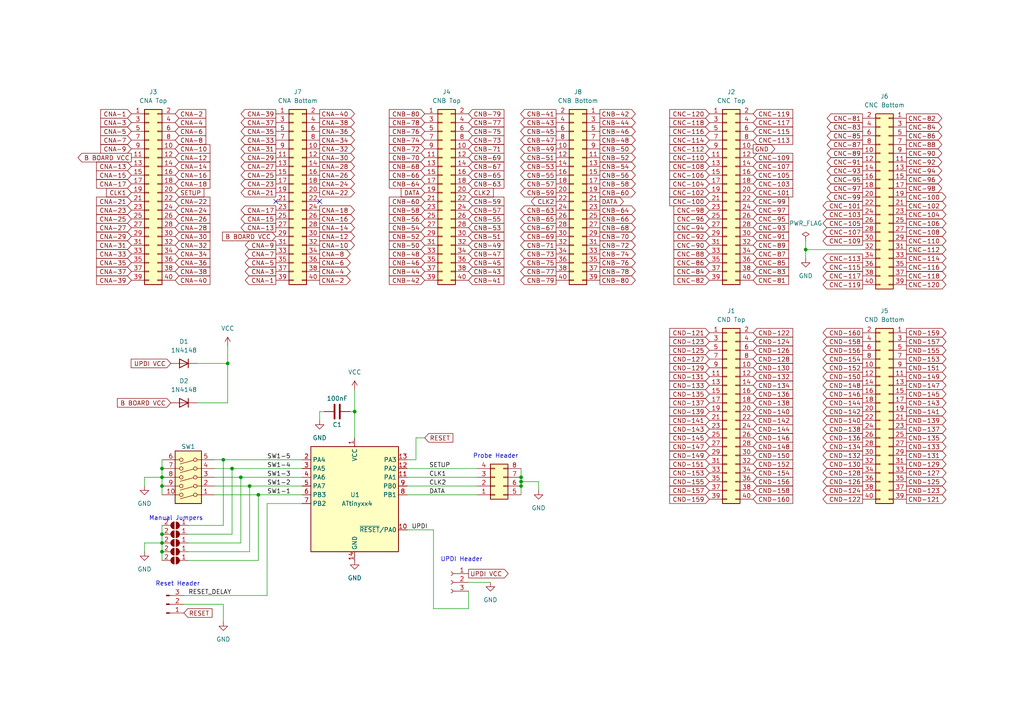
<source format=kicad_sch>
(kicad_sch (version 20250114) (generator "eeschema") (generator_version "9.0")
  (paper "A4")
  (title_block (title "Openkey CPS1") (date "${REV}") (rev "${REV}"))
  (text "UPDI Header" (at 127.762 163.068 0) (effects (font (size 1.27 1.27)) (justify left bottom)))
  (text "Reset Header" (at 51.562 169.418 0) (effects (font (size 1.27 1.27))))
  (text "Probe Header" (at 137.16 133.096 0) (effects (font (size 1.27 1.27)) (justify left bottom)))
  (text "Manual Jumpers" (at 43.18 151.13 0) (effects (font (size 1.27 1.27)) (justify left bottom)))
  (junction (at 46.99 138.43))
  (junction (at 46.99 140.97))
  (junction (at 46.99 160.02))
  (junction (at 66.04 105.41))
  (junction (at 46.99 157.48))
  (junction (at 233.68 72.39))
  (junction (at 46.99 154.94))
  (junction (at 151.13 140.97))
  (junction (at 69.85 138.43))
  (junction (at 102.87 119.38))
  (junction (at 46.99 135.89))
  (junction (at 151.13 139.7))
  (junction (at 151.13 138.43))
  (junction (at 74.93 143.51))
  (junction (at 67.31 135.89))
  (junction (at 72.39 140.97))
  (junction (at 64.77 133.35))
  (no_connect (at 92.71 58.42))
  (no_connect (at 80.01 58.42))
  (wire (pts (xy 151.13 138.43) (xy 151.13 139.7)))
  (wire (pts (xy 46.99 157.48) (xy 41.91 157.48)))
  (wire (pts (xy 120.65 127) (xy 120.65 133.35)))
  (wire (pts (xy 233.68 72.39) (xy 250.19 72.39)))
  (wire (pts (xy 41.91 138.43) (xy 41.91 140.97)))
  (wire (pts (xy 46.99 152.4) (xy 46.99 154.94)))
  (wire (pts (xy 62.23 138.43) (xy 69.85 138.43)))
  (wire (pts (xy 54.61 152.4) (xy 64.77 152.4)))
  (wire (pts (xy 46.99 157.48) (xy 46.99 160.02)))
  (wire (pts (xy 118.11 138.43) (xy 138.43 138.43)))
  (wire (pts (xy 135.89 168.91) (xy 142.24 168.91)))
  (wire (pts (xy 156.21 139.7) (xy 156.21 142.24)))
  (wire (pts (xy 69.85 138.43) (xy 87.63 138.43)))
  (wire (pts (xy 151.13 139.7) (xy 156.21 139.7)))
  (wire (pts (xy 53.34 172.72) (xy 77.47 172.72)))
  (wire (pts (xy 67.31 154.94) (xy 67.31 135.89)))
  (wire (pts (xy 118.11 140.97) (xy 138.43 140.97)))
  (wire (pts (xy 77.47 146.05) (xy 87.63 146.05)))
  (wire (pts (xy 101.6 119.38) (xy 102.87 119.38)))
  (wire (pts (xy 77.47 172.72) (xy 77.47 146.05)))
  (wire (pts (xy 125.73 153.67) (xy 125.73 176.53)))
  (wire (pts (xy 64.77 133.35) (xy 87.63 133.35)))
  (wire (pts (xy 102.87 113.03) (xy 102.87 119.38)))
  (wire (pts (xy 123.19 127) (xy 120.65 127)))
  (wire (pts (xy 53.34 175.26) (xy 64.77 175.26)))
  (wire (pts (xy 62.23 135.89) (xy 67.31 135.89)))
  (wire (pts (xy 233.68 72.39) (xy 233.68 74.93)))
  (wire (pts (xy 54.61 162.56) (xy 74.93 162.56)))
  (wire (pts (xy 67.31 135.89) (xy 87.63 135.89)))
  (wire (pts (xy 135.89 176.53) (xy 135.89 171.45)))
  (wire (pts (xy 125.73 176.53) (xy 135.89 176.53)))
  (wire (pts (xy 62.23 140.97) (xy 72.39 140.97)))
  (wire (pts (xy 66.04 116.84) (xy 57.15 116.84)))
  (wire (pts (xy 72.39 140.97) (xy 87.63 140.97)))
  (wire (pts (xy 54.61 160.02) (xy 72.39 160.02)))
  (wire (pts (xy 74.93 143.51) (xy 87.63 143.51)))
  (wire (pts (xy 46.99 160.02) (xy 46.99 162.56)))
  (wire (pts (xy 41.91 157.48) (xy 41.91 160.02)))
  (wire (pts (xy 46.99 138.43) (xy 41.91 138.43)))
  (wire (pts (xy 151.13 140.97) (xy 151.13 143.51)))
  (wire (pts (xy 72.39 160.02) (xy 72.39 140.97)))
  (wire (pts (xy 62.23 133.35) (xy 64.77 133.35)))
  (wire (pts (xy 69.85 157.48) (xy 69.85 138.43)))
  (wire (pts (xy 74.93 162.56) (xy 74.93 143.51)))
  (wire (pts (xy 118.11 135.89) (xy 138.43 135.89)))
  (wire (pts (xy 66.04 100.33) (xy 66.04 105.41)))
  (wire (pts (xy 233.68 69.85) (xy 233.68 72.39)))
  (wire (pts (xy 118.11 153.67) (xy 125.73 153.67)))
  (wire (pts (xy 151.13 139.7) (xy 151.13 140.97)))
  (wire (pts (xy 66.04 105.41) (xy 66.04 116.84)))
  (wire (pts (xy 46.99 154.94) (xy 46.99 157.48)))
  (wire (pts (xy 118.11 143.51) (xy 138.43 143.51)))
  (wire (pts (xy 64.77 152.4) (xy 64.77 133.35)))
  (wire (pts (xy 151.13 135.89) (xy 151.13 138.43)))
  (wire (pts (xy 102.87 119.38) (xy 102.87 127)))
  (wire (pts (xy 46.99 138.43) (xy 46.99 140.97)))
  (wire (pts (xy 46.99 133.35) (xy 46.99 135.89)))
  (wire (pts (xy 54.61 154.94) (xy 67.31 154.94)))
  (wire (pts (xy 120.65 133.35) (xy 118.11 133.35)))
  (wire (pts (xy 93.98 119.38) (xy 92.71 119.38)))
  (wire (pts (xy 92.71 119.38) (xy 92.71 121.92)))
  (wire (pts (xy 54.61 157.48) (xy 69.85 157.48)))
  (wire (pts (xy 64.77 175.26) (xy 64.77 180.34)))
  (wire (pts (xy 62.23 143.51) (xy 74.93 143.51)))
  (wire (pts (xy 46.99 135.89) (xy 46.99 138.43)))
  (wire (pts (xy 46.99 140.97) (xy 46.99 143.51)))
  (wire (pts (xy 57.15 105.41) (xy 66.04 105.41)))
  (label "CLK2" (at 124.46 140.97 0))
  (label "SW1-3" (at 77.47 138.43 0))
  (label "SW1-1" (at 77.47 143.51 0))
  (label "SETUP" (at 124.46 135.89 0))
  (label "CLK1" (at 124.46 138.43 0))
  (label "SW1-2" (at 77.47 140.97 0))
  (label "UPDI" (at 119.38 153.67 0))
  (label "DATA" (at 124.46 143.51 0))
  (label "RESET_DELAY" (at 54.61 172.72 0))
  (label "SW1-4" (at 77.47 135.89 0))
  (label "SW1-5" (at 77.47 133.35 0))
  (global_label "CND-155" (shape output) (at 262.89 101.6 0) (property "Intersheetrefs" "${INTERSHEET_REFS}" (effects (hide yes))))
  (global_label "CNB-59" (shape output) (at 161.29 55.88 180) (property "Intersheetrefs" "${INTERSHEET_REFS}" (effects (hide yes))))
  (global_label "DATA" (shape output) (at 173.99 58.42 0) (property "Intersheetrefs" "${INTERSHEET_REFS}" (effects (hide yes))))
  (global_label "CNC-97" (shape output) (at 250.19 54.61 180) (property "Intersheetrefs" "${INTERSHEET_REFS}" (effects (hide yes))))
  (global_label "CNC-94" (shape input) (at 205.74 66.04 180) (property "Intersheetrefs" "${INTERSHEET_REFS}" (effects (hide yes))))
  (global_label "CND-153" (shape input) (at 205.74 137.16 180) (property "Intersheetrefs" "${INTERSHEET_REFS}" (effects (hide yes))))
  (global_label "CNC-100" (shape output) (at 262.89 57.15 0) (property "Intersheetrefs" "${INTERSHEET_REFS}" (effects (hide yes))))
  (global_label "CNA-4" (shape output) (at 92.71 78.74 0) (property "Intersheetrefs" "${INTERSHEET_REFS}" (effects (hide yes))))
  (global_label "CNC-85" (shape output) (at 250.19 39.37 180) (property "Intersheetrefs" "${INTERSHEET_REFS}" (effects (hide yes))))
  (global_label "CND-134" (shape output) (at 250.19 129.54 180) (property "Intersheetrefs" "${INTERSHEET_REFS}" (effects (hide yes))))
  (global_label "CND-146" (shape input) (at 218.44 127 0) (property "Intersheetrefs" "${INTERSHEET_REFS}" (effects (hide yes))))
  (global_label "CNB-55" (shape output) (at 161.29 50.8 180) (property "Intersheetrefs" "${INTERSHEET_REFS}" (effects (hide yes))))
  (global_label "CNA-24" (shape input) (at 50.8 60.96 0) (property "Intersheetrefs" "${INTERSHEET_REFS}" (effects (hide yes))))
  (global_label "CND-128" (shape input) (at 218.44 104.14 0) (property "Intersheetrefs" "${INTERSHEET_REFS}" (effects (hide yes))))
  (global_label "CNC-119" (shape output) (at 250.19 82.55 180) (property "Intersheetrefs" "${INTERSHEET_REFS}" (effects (hide yes))))
  (global_label "CNB-52" (shape input) (at 123.19 68.58 180) (property "Intersheetrefs" "${INTERSHEET_REFS}" (effects (hide yes))))
  (global_label "CNC-84" (shape input) (at 205.74 78.74 180) (property "Intersheetrefs" "${INTERSHEET_REFS}" (effects (hide yes))))
  (global_label "CNC-100" (shape input) (at 205.74 58.42 180) (property "Intersheetrefs" "${INTERSHEET_REFS}" (effects (hide yes))))
  (global_label "SETUP" (shape input) (at 50.8 55.88 0) (property "Intersheetrefs" "${INTERSHEET_REFS}" (effects (hide yes))))
  (global_label "CND-152" (shape output) (at 250.19 106.68 180) (property "Intersheetrefs" "${INTERSHEET_REFS}" (effects (hide yes))))
  (global_label "CNB-63" (shape input) (at 135.89 53.34 0) (property "Intersheetrefs" "${INTERSHEET_REFS}" (effects (hide yes))))
  (global_label "CNC-102" (shape input) (at 205.74 55.88 180) (property "Intersheetrefs" "${INTERSHEET_REFS}" (effects (hide yes))))
  (global_label "CND-127" (shape input) (at 205.74 104.14 180) (property "Intersheetrefs" "${INTERSHEET_REFS}" (effects (hide yes))))
  (global_label "CNC-101" (shape input) (at 218.44 55.88 0) (property "Intersheetrefs" "${INTERSHEET_REFS}" (effects (hide yes))))
  (global_label "CNB-44" (shape input) (at 123.19 78.74 180) (property "Intersheetrefs" "${INTERSHEET_REFS}" (effects (hide yes))))
  (global_label "CND-156" (shape input) (at 218.44 139.7 0) (property "Intersheetrefs" "${INTERSHEET_REFS}" (effects (hide yes))))
  (global_label "CNC-112" (shape output) (at 262.89 72.39 0) (property "Intersheetrefs" "${INTERSHEET_REFS}" (effects (hide yes))))
  (global_label "CNA-6" (shape output) (at 92.71 76.2 0) (property "Intersheetrefs" "${INTERSHEET_REFS}" (effects (hide yes))))
  (global_label "CNC-90" (shape input) (at 205.74 71.12 180) (property "Intersheetrefs" "${INTERSHEET_REFS}" (effects (hide yes))))
  (global_label "DATA" (shape input) (at 123.19 55.88 180) (property "Intersheetrefs" "${INTERSHEET_REFS}" (effects (hide yes))))
  (global_label "CND-144" (shape output) (at 250.19 116.84 180) (property "Intersheetrefs" "${INTERSHEET_REFS}" (effects (hide yes))))
  (global_label "CNC-86" (shape output) (at 262.89 39.37 0) (property "Intersheetrefs" "${INTERSHEET_REFS}" (effects (hide yes))))
  (global_label "CNB-68" (shape output) (at 173.99 66.04 0) (property "Intersheetrefs" "${INTERSHEET_REFS}" (effects (hide yes))))
  (global_label "CNC-93" (shape input) (at 218.44 66.04 0) (property "Intersheetrefs" "${INTERSHEET_REFS}" (effects (hide yes))))
  (global_label "CNA-29" (shape output) (at 80.01 45.72 180) (property "Intersheetrefs" "${INTERSHEET_REFS}" (effects (hide yes))))
  (global_label "CNA-13" (shape input) (at 38.1 48.26 180) (property "Intersheetrefs" "${INTERSHEET_REFS}" (effects (hide yes))))
  (global_label "CND-142" (shape output) (at 250.19 119.38 180) (property "Intersheetrefs" "${INTERSHEET_REFS}" (effects (hide yes))))
  (global_label "CND-140" (shape input) (at 218.44 119.38 0) (property "Intersheetrefs" "${INTERSHEET_REFS}" (effects (hide yes))))
  (global_label "CNB-46" (shape input) (at 123.19 76.2 180) (property "Intersheetrefs" "${INTERSHEET_REFS}" (effects (hide yes))))
  (global_label "CNB-51" (shape output) (at 161.29 45.72 180) (property "Intersheetrefs" "${INTERSHEET_REFS}" (effects (hide yes))))
  (global_label "CNB-49" (shape output) (at 161.29 43.18 180) (property "Intersheetrefs" "${INTERSHEET_REFS}" (effects (hide yes))))
  (global_label "CNB-42" (shape input) (at 123.19 81.28 180) (property "Intersheetrefs" "${INTERSHEET_REFS}" (effects (hide yes))))
  (global_label "CNA-18" (shape input) (at 50.8 53.34 0) (property "Intersheetrefs" "${INTERSHEET_REFS}" (effects (hide yes))))
  (global_label "CNA-24" (shape output) (at 92.71 53.34 0) (property "Intersheetrefs" "${INTERSHEET_REFS}" (effects (hide yes))))
  (global_label "CNA-1" (shape output) (at 80.01 81.28 180) (property "Intersheetrefs" "${INTERSHEET_REFS}" (effects (hide yes))))
  (global_label "CNB-68" (shape input) (at 123.19 48.26 180) (property "Intersheetrefs" "${INTERSHEET_REFS}" (effects (hide yes))))
  (global_label "CNA-33" (shape input) (at 38.1 73.66 180) (property "Intersheetrefs" "${INTERSHEET_REFS}" (effects (hide yes))))
  (global_label "CND-143" (shape output) (at 262.89 116.84 0) (property "Intersheetrefs" "${INTERSHEET_REFS}" (effects (hide yes))))
  (global_label "CND-121" (shape output) (at 262.89 144.78 0) (property "Intersheetrefs" "${INTERSHEET_REFS}" (effects (hide yes))))
  (global_label "CNA-3" (shape input) (at 38.1 35.56 180) (property "Intersheetrefs" "${INTERSHEET_REFS}" (effects (hide yes))))
  (global_label "CND-158" (shape input) (at 218.44 142.24 0) (property "Intersheetrefs" "${INTERSHEET_REFS}" (effects (hide yes))))
  (global_label "CNC-81" (shape input) (at 218.44 81.28 0) (property "Intersheetrefs" "${INTERSHEET_REFS}" (effects (hide yes))))
  (global_label "CNC-99" (shape input) (at 218.44 58.42 0) (property "Intersheetrefs" "${INTERSHEET_REFS}" (effects (hide yes))))
  (global_label "CNA-5" (shape output) (at 80.01 76.2 180) (property "Intersheetrefs" "${INTERSHEET_REFS}" (effects (hide yes))))
  (global_label "CNA-36" (shape output) (at 92.71 38.1 0) (property "Intersheetrefs" "${INTERSHEET_REFS}" (effects (hide yes))))
  (global_label "CNA-26" (shape input) (at 50.8 63.5 0) (property "Intersheetrefs" "${INTERSHEET_REFS}" (effects (hide yes))))
  (global_label "CNC-81" (shape output) (at 250.19 34.29 180) (property "Intersheetrefs" "${INTERSHEET_REFS}" (effects (hide yes))))
  (global_label "CND-138" (shape input) (at 218.44 116.84 0) (property "Intersheetrefs" "${INTERSHEET_REFS}" (effects (hide yes))))
  (global_label "CNC-120" (shape output) (at 262.89 82.55 0) (property "Intersheetrefs" "${INTERSHEET_REFS}" (effects (hide yes))))
  (global_label "CNB-44" (shape output) (at 173.99 35.56 0) (property "Intersheetrefs" "${INTERSHEET_REFS}" (effects (hide yes))))
  (global_label "CNA-33" (shape output) (at 80.01 40.64 180) (property "Intersheetrefs" "${INTERSHEET_REFS}" (effects (hide yes))))
  (global_label "CNA-30" (shape output) (at 92.71 45.72 0) (property "Intersheetrefs" "${INTERSHEET_REFS}" (effects (hide yes))))
  (global_label "CND-142" (shape input) (at 218.44 121.92 0) (property "Intersheetrefs" "${INTERSHEET_REFS}" (effects (hide yes))))
  (global_label "CNB-43" (shape input) (at 135.89 78.74 0) (property "Intersheetrefs" "${INTERSHEET_REFS}" (effects (hide yes))))
  (global_label "CND-131" (shape input) (at 205.74 109.22 180) (property "Intersheetrefs" "${INTERSHEET_REFS}" (effects (hide yes))))
  (global_label "B BOARD VCC" (shape input) (at 49.53 116.84 180) (property "Intersheetrefs" "${INTERSHEET_REFS}" (effects (hide yes))))
  (global_label "CNA-22" (shape input) (at 50.8 58.42 0) (property "Intersheetrefs" "${INTERSHEET_REFS}" (effects (hide yes))))
  (global_label "CNC-96" (shape output) (at 262.89 52.07 0) (property "Intersheetrefs" "${INTERSHEET_REFS}" (effects (hide yes))))
  (global_label "CND-154" (shape output) (at 250.19 104.14 180) (property "Intersheetrefs" "${INTERSHEET_REFS}" (effects (hide yes))))
  (global_label "CNC-82" (shape input) (at 205.74 81.28 180) (property "Intersheetrefs" "${INTERSHEET_REFS}" (effects (hide yes))))
  (global_label "CNC-92" (shape output) (at 262.89 46.99 0) (property "Intersheetrefs" "${INTERSHEET_REFS}" (effects (hide yes))))
  (global_label "CNC-89" (shape input) (at 218.44 71.12 0) (property "Intersheetrefs" "${INTERSHEET_REFS}" (effects (hide yes))))
  (global_label "CNB-67" (shape output) (at 161.29 66.04 180) (property "Intersheetrefs" "${INTERSHEET_REFS}" (effects (hide yes))))
  (global_label "CND-149" (shape output) (at 262.89 109.22 0) (property "Intersheetrefs" "${INTERSHEET_REFS}" (effects (hide yes))))
  (global_label "CNB-78" (shape input) (at 123.19 35.56 180) (property "Intersheetrefs" "${INTERSHEET_REFS}" (effects (hide yes))))
  (global_label "CNB-41" (shape output) (at 161.29 33.02 180) (property "Intersheetrefs" "${INTERSHEET_REFS}" (effects (hide yes))))
  (global_label "CNB-42" (shape output) (at 173.99 33.02 0) (property "Intersheetrefs" "${INTERSHEET_REFS}" (effects (hide yes))))
  (global_label "CNA-38" (shape input) (at 50.8 78.74 0) (property "Intersheetrefs" "${INTERSHEET_REFS}" (effects (hide yes))))
  (global_label "CNA-6" (shape input) (at 50.8 38.1 0) (property "Intersheetrefs" "${INTERSHEET_REFS}" (effects (hide yes))))
  (global_label "CND-123" (shape input) (at 205.74 99.06 180) (property "Intersheetrefs" "${INTERSHEET_REFS}" (effects (hide yes))))
  (global_label "CNA-38" (shape output) (at 92.71 35.56 0) (property "Intersheetrefs" "${INTERSHEET_REFS}" (effects (hide yes))))
  (global_label "CNA-15" (shape output) (at 80.01 63.5 180) (property "Intersheetrefs" "${INTERSHEET_REFS}" (effects (hide yes))))
  (global_label "CNA-17" (shape output) (at 80.01 60.96 180) (property "Intersheetrefs" "${INTERSHEET_REFS}" (effects (hide yes))))
  (global_label "CNA-32" (shape output) (at 92.71 43.18 0) (property "Intersheetrefs" "${INTERSHEET_REFS}" (effects (hide yes))))
  (global_label "CNB-46" (shape output) (at 173.99 38.1 0) (property "Intersheetrefs" "${INTERSHEET_REFS}" (effects (hide yes))))
  (global_label "CNA-3" (shape output) (at 80.01 78.74 180) (property "Intersheetrefs" "${INTERSHEET_REFS}" (effects (hide yes))))
  (global_label "CNB-58" (shape input) (at 123.19 60.96 180) (property "Intersheetrefs" "${INTERSHEET_REFS}" (effects (hide yes))))
  (global_label "CNA-14" (shape input) (at 50.8 48.26 0) (property "Intersheetrefs" "${INTERSHEET_REFS}" (effects (hide yes))))
  (global_label "CNB-56" (shape output) (at 173.99 50.8 0) (property "Intersheetrefs" "${INTERSHEET_REFS}" (effects (hide yes))))
  (global_label "CND-150" (shape input) (at 218.44 132.08 0) (property "Intersheetrefs" "${INTERSHEET_REFS}" (effects (hide yes))))
  (global_label "CNC-95" (shape input) (at 218.44 63.5 0) (property "Intersheetrefs" "${INTERSHEET_REFS}" (effects (hide yes))))
  (global_label "CND-130" (shape input) (at 218.44 106.68 0) (property "Intersheetrefs" "${INTERSHEET_REFS}" (effects (hide yes))))
  (global_label "CNC-106" (shape input) (at 205.74 50.8 180) (property "Intersheetrefs" "${INTERSHEET_REFS}" (effects (hide yes))))
  (global_label "CND-144" (shape input) (at 218.44 124.46 0) (property "Intersheetrefs" "${INTERSHEET_REFS}" (effects (hide yes))))
  (global_label "CNB-58" (shape output) (at 173.99 53.34 0) (property "Intersheetrefs" "${INTERSHEET_REFS}" (effects (hide yes))))
  (global_label "CNA-2" (shape output) (at 92.71 81.28 0) (property "Intersheetrefs" "${INTERSHEET_REFS}" (effects (hide yes))))
  (global_label "CND-148" (shape output) (at 250.19 111.76 180) (property "Intersheetrefs" "${INTERSHEET_REFS}" (effects (hide yes))))
  (global_label "CNB-45" (shape output) (at 161.29 38.1 180) (property "Intersheetrefs" "${INTERSHEET_REFS}" (effects (hide yes))))
  (global_label "CNB-77" (shape output) (at 161.29 78.74 180) (property "Intersheetrefs" "${INTERSHEET_REFS}" (effects (hide yes))))
  (global_label "B BOARD VCC" (shape output) (at 38.1 45.72 180) (property "Intersheetrefs" "${INTERSHEET_REFS}" (effects (hide yes))))
  (global_label "CNB-55" (shape input) (at 135.89 63.5 0) (property "Intersheetrefs" "${INTERSHEET_REFS}" (effects (hide yes))))
  (global_label "CNC-86" (shape input) (at 205.74 76.2 180) (property "Intersheetrefs" "${INTERSHEET_REFS}" (effects (hide yes))))
  (global_label "CNC-89" (shape output) (at 250.19 44.45 180) (property "Intersheetrefs" "${INTERSHEET_REFS}" (effects (hide yes))))
  (global_label "CNC-106" (shape output) (at 262.89 64.77 0) (property "Intersheetrefs" "${INTERSHEET_REFS}" (effects (hide yes))))
  (global_label "CNC-88" (shape input) (at 205.74 73.66 180) (property "Intersheetrefs" "${INTERSHEET_REFS}" (effects (hide yes))))
  (global_label "CNB-64" (shape input) (at 123.19 53.34 180) (property "Intersheetrefs" "${INTERSHEET_REFS}" (effects (hide yes))))
  (global_label "CND-124" (shape input) (at 218.44 99.06 0) (property "Intersheetrefs" "${INTERSHEET_REFS}" (effects (hide yes))))
  (global_label "CNC-95" (shape output) (at 250.19 52.07 180) (property "Intersheetrefs" "${INTERSHEET_REFS}" (effects (hide yes))))
  (global_label "CND-121" (shape input) (at 205.74 96.52 180) (property "Intersheetrefs" "${INTERSHEET_REFS}" (effects (hide yes))))
  (global_label "B BOARD VCC" (shape input) (at 80.01 68.58 180) (property "Intersheetrefs" "${INTERSHEET_REFS}" (effects (hide yes))))
  (global_label "CNA-32" (shape input) (at 50.8 71.12 0) (property "Intersheetrefs" "${INTERSHEET_REFS}" (effects (hide yes))))
  (global_label "CNA-31" (shape input) (at 38.1 71.12 180) (property "Intersheetrefs" "${INTERSHEET_REFS}" (effects (hide yes))))
  (global_label "CNB-66" (shape input) (at 123.19 50.8 180) (property "Intersheetrefs" "${INTERSHEET_REFS}" (effects (hide yes))))
  (global_label "CND-134" (shape input) (at 218.44 111.76 0) (property "Intersheetrefs" "${INTERSHEET_REFS}" (effects (hide yes))))
  (global_label "CND-122" (shape output) (at 250.19 144.78 180) (property "Intersheetrefs" "${INTERSHEET_REFS}" (effects (hide yes))))
  (global_label "CNC-93" (shape output) (at 250.19 49.53 180) (property "Intersheetrefs" "${INTERSHEET_REFS}" (effects (hide yes))))
  (global_label "CNC-108" (shape input) (at 205.74 48.26 180) (property "Intersheetrefs" "${INTERSHEET_REFS}" (effects (hide yes))))
  (global_label "CNB-72" (shape input) (at 123.19 43.18 180) (property "Intersheetrefs" "${INTERSHEET_REFS}" (effects (hide yes))))
  (global_label "CNC-103" (shape input) (at 218.44 53.34 0) (property "Intersheetrefs" "${INTERSHEET_REFS}" (effects (hide yes))))
  (global_label "CNB-69" (shape output) (at 161.29 68.58 180) (property "Intersheetrefs" "${INTERSHEET_REFS}" (effects (hide yes))))
  (global_label "CNB-74" (shape input) (at 123.19 40.64 180) (property "Intersheetrefs" "${INTERSHEET_REFS}" (effects (hide yes))))
  (global_label "CNC-114" (shape output) (at 262.89 74.93 0) (property "Intersheetrefs" "${INTERSHEET_REFS}" (effects (hide yes))))
  (global_label "CND-133" (shape output) (at 262.89 129.54 0) (property "Intersheetrefs" "${INTERSHEET_REFS}" (effects (hide yes))))
  (global_label "CND-145" (shape input) (at 205.74 127 180) (property "Intersheetrefs" "${INTERSHEET_REFS}" (effects (hide yes))))
  (global_label "CND-139" (shape input) (at 205.74 119.38 180) (property "Intersheetrefs" "${INTERSHEET_REFS}" (effects (hide yes))))
  (global_label "CNA-5" (shape input) (at 38.1 38.1 180) (property "Intersheetrefs" "${INTERSHEET_REFS}" (effects (hide yes))))
  (global_label "CNA-13" (shape output) (at 80.01 66.04 180) (property "Intersheetrefs" "${INTERSHEET_REFS}" (effects (hide yes))))
  (global_label "CNA-1" (shape input) (at 38.1 33.02 180) (property "Intersheetrefs" "${INTERSHEET_REFS}" (effects (hide yes))))
  (global_label "CNB-53" (shape output) (at 161.29 48.26 180) (property "Intersheetrefs" "${INTERSHEET_REFS}" (effects (hide yes))))
  (global_label "CNB-70" (shape output) (at 173.99 68.58 0) (property "Intersheetrefs" "${INTERSHEET_REFS}" (effects (hide yes))))
  (global_label "CNA-26" (shape output) (at 92.71 50.8 0) (property "Intersheetrefs" "${INTERSHEET_REFS}" (effects (hide yes))))
  (global_label "CND-140" (shape output) (at 250.19 121.92 180) (property "Intersheetrefs" "${INTERSHEET_REFS}" (effects (hide yes))))
  (global_label "RESET" (shape input) (at 53.34 177.8 0) (property "Intersheetrefs" "${INTERSHEET_REFS}" (effects (hide yes))))
  (global_label "CNB-45" (shape input) (at 135.89 76.2 0) (property "Intersheetrefs" "${INTERSHEET_REFS}" (effects (hide yes))))
  (global_label "CNB-71" (shape output) (at 161.29 71.12 180) (property "Intersheetrefs" "${INTERSHEET_REFS}" (effects (hide yes))))
  (global_label "CNA-36" (shape input) (at 50.8 76.2 0) (property "Intersheetrefs" "${INTERSHEET_REFS}" (effects (hide yes))))
  (global_label "CND-136" (shape output) (at 250.19 127 180) (property "Intersheetrefs" "${INTERSHEET_REFS}" (effects (hide yes))))
  (global_label "CNC-109" (shape input) (at 218.44 45.72 0) (property "Intersheetrefs" "${INTERSHEET_REFS}" (effects (hide yes))))
  (global_label "CNB-65" (shape output) (at 161.29 63.5 180) (property "Intersheetrefs" "${INTERSHEET_REFS}" (effects (hide yes))))
  (global_label "CNB-70" (shape input) (at 123.19 45.72 180) (property "Intersheetrefs" "${INTERSHEET_REFS}" (effects (hide yes))))
  (global_label "CNC-85" (shape input) (at 218.44 76.2 0) (property "Intersheetrefs" "${INTERSHEET_REFS}" (effects (hide yes))))
  (global_label "CNC-119" (shape input) (at 218.44 33.02 0) (property "Intersheetrefs" "${INTERSHEET_REFS}" (effects (hide yes))))
  (global_label "CNA-35" (shape output) (at 80.01 38.1 180) (property "Intersheetrefs" "${INTERSHEET_REFS}" (effects (hide yes))))
  (global_label "CND-151" (shape input) (at 205.74 134.62 180) (property "Intersheetrefs" "${INTERSHEET_REFS}" (effects (hide yes))))
  (global_label "CNC-91" (shape input) (at 218.44 68.58 0) (property "Intersheetrefs" "${INTERSHEET_REFS}" (effects (hide yes))))
  (global_label "CNB-73" (shape input) (at 135.89 40.64 0) (property "Intersheetrefs" "${INTERSHEET_REFS}" (effects (hide yes))))
  (global_label "CNB-57" (shape input) (at 135.89 60.96 0) (property "Intersheetrefs" "${INTERSHEET_REFS}" (effects (hide yes))))
  (global_label "CNC-118" (shape output) (at 262.89 80.01 0) (property "Intersheetrefs" "${INTERSHEET_REFS}" (effects (hide yes))))
  (global_label "CNB-78" (shape output) (at 173.99 78.74 0) (property "Intersheetrefs" "${INTERSHEET_REFS}" (effects (hide yes))))
  (global_label "CNB-49" (shape input) (at 135.89 71.12 0) (property "Intersheetrefs" "${INTERSHEET_REFS}" (effects (hide yes))))
  (global_label "CNA-16" (shape output) (at 92.71 63.5 0) (property "Intersheetrefs" "${INTERSHEET_REFS}" (effects (hide yes))))
  (global_label "CNA-17" (shape input) (at 38.1 53.34 180) (property "Intersheetrefs" "${INTERSHEET_REFS}" (effects (hide yes))))
  (global_label "CNB-47" (shape output) (at 161.29 40.64 180) (property "Intersheetrefs" "${INTERSHEET_REFS}" (effects (hide yes))))
  (global_label "CNB-79" (shape output) (at 161.29 81.28 180) (property "Intersheetrefs" "${INTERSHEET_REFS}" (effects (hide yes))))
  (global_label "CNC-115" (shape input) (at 218.44 38.1 0) (property "Intersheetrefs" "${INTERSHEET_REFS}" (effects (hide yes))))
  (global_label "CND-147" (shape input) (at 205.74 129.54 180) (property "Intersheetrefs" "${INTERSHEET_REFS}" (effects (hide yes))))
  (global_label "CLK2" (shape input) (at 135.89 55.88 0) (property "Intersheetrefs" "${INTERSHEET_REFS}" (effects (hide yes))))
  (global_label "CNC-94" (shape output) (at 262.89 49.53 0) (property "Intersheetrefs" "${INTERSHEET_REFS}" (effects (hide yes))))
  (global_label "CNB-73" (shape output) (at 161.29 73.66 180) (property "Intersheetrefs" "${INTERSHEET_REFS}" (effects (hide yes))))
  (global_label "CNB-63" (shape output) (at 161.29 60.96 180) (property "Intersheetrefs" "${INTERSHEET_REFS}" (effects (hide yes))))
  (global_label "CNA-15" (shape input) (at 38.1 50.8 180) (property "Intersheetrefs" "${INTERSHEET_REFS}" (effects (hide yes))))
  (global_label "CNB-67" (shape input) (at 135.89 48.26 0) (property "Intersheetrefs" "${INTERSHEET_REFS}" (effects (hide yes))))
  (global_label "CNC-105" (shape output) (at 250.19 64.77 180) (property "Intersheetrefs" "${INTERSHEET_REFS}" (effects (hide yes))))
  (global_label "CNC-96" (shape input) (at 205.74 63.5 180) (property "Intersheetrefs" "${INTERSHEET_REFS}" (effects (hide yes))))
  (global_label "CNC-118" (shape input) (at 205.74 35.56 180) (property "Intersheetrefs" "${INTERSHEET_REFS}" (effects (hide yes))))
  (global_label "CND-145" (shape output) (at 262.89 114.3 0) (property "Intersheetrefs" "${INTERSHEET_REFS}" (effects (hide yes))))
  (global_label "CND-141" (shape output) (at 262.89 119.38 0) (property "Intersheetrefs" "${INTERSHEET_REFS}" (effects (hide yes))))
  (global_label "CNA-7" (shape input) (at 38.1 40.64 180) (property "Intersheetrefs" "${INTERSHEET_REFS}" (effects (hide yes))))
  (global_label "CNC-90" (shape output) (at 262.89 44.45 0) (property "Intersheetrefs" "${INTERSHEET_REFS}" (effects (hide yes))))
  (global_label "CND-131" (shape output) (at 262.89 132.08 0) (property "Intersheetrefs" "${INTERSHEET_REFS}" (effects (hide yes))))
  (global_label "CNB-69" (shape input) (at 135.89 45.72 0) (property "Intersheetrefs" "${INTERSHEET_REFS}" (effects (hide yes))))
  (global_label "CNC-87" (shape input) (at 218.44 73.66 0) (property "Intersheetrefs" "${INTERSHEET_REFS}" (effects (hide yes))))
  (global_label "CNB-41" (shape input) (at 135.89 81.28 0) (property "Intersheetrefs" "${INTERSHEET_REFS}" (effects (hide yes))))
  (global_label "CNB-47" (shape input) (at 135.89 73.66 0) (property "Intersheetrefs" "${INTERSHEET_REFS}" (effects (hide yes))))
  (global_label "CNA-28" (shape input) (at 50.8 66.04 0) (property "Intersheetrefs" "${INTERSHEET_REFS}" (effects (hide yes))))
  (global_label "CNB-48" (shape output) (at 173.99 40.64 0) (property "Intersheetrefs" "${INTERSHEET_REFS}" (effects (hide yes))))
  (global_label "CND-151" (shape output) (at 262.89 106.68 0) (property "Intersheetrefs" "${INTERSHEET_REFS}" (effects (hide yes))))
  (global_label "CNA-21" (shape input) (at 38.1 58.42 180) (property "Intersheetrefs" "${INTERSHEET_REFS}" (effects (hide yes))))
  (global_label "CNB-54" (shape output) (at 173.99 48.26 0) (property "Intersheetrefs" "${INTERSHEET_REFS}" (effects (hide yes))))
  (global_label "CNC-88" (shape output) (at 262.89 41.91 0) (property "Intersheetrefs" "${INTERSHEET_REFS}" (effects (hide yes))))
  (global_label "CND-127" (shape output) (at 262.89 137.16 0) (property "Intersheetrefs" "${INTERSHEET_REFS}" (effects (hide yes))))
  (global_label "CNC-116" (shape input) (at 205.74 38.1 180) (property "Intersheetrefs" "${INTERSHEET_REFS}" (effects (hide yes))))
  (global_label "CNA-23" (shape output) (at 80.01 53.34 180) (property "Intersheetrefs" "${INTERSHEET_REFS}" (effects (hide yes))))
  (global_label "CNC-91" (shape output) (at 250.19 46.99 180) (property "Intersheetrefs" "${INTERSHEET_REFS}" (effects (hide yes))))
  (global_label "CNB-43" (shape output) (at 161.29 35.56 180) (property "Intersheetrefs" "${INTERSHEET_REFS}" (effects (hide yes))))
  (global_label "CNB-56" (shape input) (at 123.19 63.5 180) (property "Intersheetrefs" "${INTERSHEET_REFS}" (effects (hide yes))))
  (global_label "CLK2" (shape output) (at 161.29 58.42 180) (property "Intersheetrefs" "${INTERSHEET_REFS}" (effects (hide yes))))
  (global_label "CNC-92" (shape input) (at 205.74 68.58 180) (property "Intersheetrefs" "${INTERSHEET_REFS}" (effects (hide yes))))
  (global_label "CND-157" (shape input) (at 205.74 142.24 180) (property "Intersheetrefs" "${INTERSHEET_REFS}" (effects (hide yes))))
  (global_label "CNC-109" (shape output) (at 250.19 69.85 180) (property "Intersheetrefs" "${INTERSHEET_REFS}" (effects (hide yes))))
  (global_label "CNA-25" (shape output) (at 80.01 50.8 180) (property "Intersheetrefs" "${INTERSHEET_REFS}" (effects (hide yes))))
  (global_label "CND-139" (shape output) (at 262.89 121.92 0) (property "Intersheetrefs" "${INTERSHEET_REFS}" (effects (hide yes))))
  (global_label "CND-132" (shape input) (at 218.44 109.22 0) (property "Intersheetrefs" "${INTERSHEET_REFS}" (effects (hide yes))))
  (global_label "CNB-53" (shape input) (at 135.89 66.04 0) (property "Intersheetrefs" "${INTERSHEET_REFS}" (effects (hide yes))))
  (global_label "CND-122" (shape input) (at 218.44 96.52 0) (property "Intersheetrefs" "${INTERSHEET_REFS}" (effects (hide yes))))
  (global_label "CNA-12" (shape input) (at 50.8 45.72 0) (property "Intersheetrefs" "${INTERSHEET_REFS}" (effects (hide yes))))
  (global_label "CNA-30" (shape input) (at 50.8 68.58 0) (property "Intersheetrefs" "${INTERSHEET_REFS}" (effects (hide yes))))
  (global_label "CND-159" (shape output) (at 262.89 96.52 0) (property "Intersheetrefs" "${INTERSHEET_REFS}" (effects (hide yes))))
  (global_label "CND-125" (shape input) (at 205.74 101.6 180) (property "Intersheetrefs" "${INTERSHEET_REFS}" (effects (hide yes))))
  (global_label "CND-125" (shape output) (at 262.89 139.7 0) (property "Intersheetrefs" "${INTERSHEET_REFS}" (effects (hide yes))))
  (global_label "CND-128" (shape output) (at 250.19 137.16 180) (property "Intersheetrefs" "${INTERSHEET_REFS}" (effects (hide yes))))
  (global_label "CNC-112" (shape input) (at 205.74 43.18 180) (property "Intersheetrefs" "${INTERSHEET_REFS}" (effects (hide yes))))
  (global_label "CNA-34" (shape output) (at 92.71 40.64 0) (property "Intersheetrefs" "${INTERSHEET_REFS}" (effects (hide yes))))
  (global_label "CNC-113" (shape input) (at 218.44 40.64 0) (property "Intersheetrefs" "${INTERSHEET_REFS}" (effects (hide yes))))
  (global_label "CNA-25" (shape input) (at 38.1 63.5 180) (property "Intersheetrefs" "${INTERSHEET_REFS}" (effects (hide yes))))
  (global_label "CND-123" (shape output) (at 262.89 142.24 0) (property "Intersheetrefs" "${INTERSHEET_REFS}" (effects (hide yes))))
  (global_label "CND-159" (shape input) (at 205.74 144.78 180) (property "Intersheetrefs" "${INTERSHEET_REFS}" (effects (hide yes))))
  (global_label "CND-141" (shape input) (at 205.74 121.92 180) (property "Intersheetrefs" "${INTERSHEET_REFS}" (effects (hide yes))))
  (global_label "CNC-117" (shape input) (at 218.44 35.56 0) (property "Intersheetrefs" "${INTERSHEET_REFS}" (effects (hide yes))))
  (global_label "CNC-84" (shape output) (at 262.89 36.83 0) (property "Intersheetrefs" "${INTERSHEET_REFS}" (effects (hide yes))))
  (global_label "CND-160" (shape input) (at 218.44 144.78 0) (property "Intersheetrefs" "${INTERSHEET_REFS}" (effects (hide yes))))
  (global_label "RESET" (shape input) (at 123.19 127 0) (property "Intersheetrefs" "${INTERSHEET_REFS}" (effects (hide yes))))
  (global_label "CNA-39" (shape output) (at 80.01 33.02 180) (property "Intersheetrefs" "${INTERSHEET_REFS}" (effects (hide yes))))
  (global_label "CNA-37" (shape input) (at 38.1 78.74 180) (property "Intersheetrefs" "${INTERSHEET_REFS}" (effects (hide yes))))
  (global_label "CNA-23" (shape input) (at 38.1 60.96 180) (property "Intersheetrefs" "${INTERSHEET_REFS}" (effects (hide yes))))
  (global_label "CNA-12" (shape output) (at 92.71 68.58 0) (property "Intersheetrefs" "${INTERSHEET_REFS}" (effects (hide yes))))
  (global_label "CND-133" (shape input) (at 205.74 111.76 180) (property "Intersheetrefs" "${INTERSHEET_REFS}" (effects (hide yes))))
  (global_label "CND-126" (shape input) (at 218.44 101.6 0) (property "Intersheetrefs" "${INTERSHEET_REFS}" (effects (hide yes))))
  (global_label "CND-152" (shape input) (at 218.44 134.62 0) (property "Intersheetrefs" "${INTERSHEET_REFS}" (effects (hide yes))))
  (global_label "CNA-7" (shape output) (at 80.01 73.66 180) (property "Intersheetrefs" "${INTERSHEET_REFS}" (effects (hide yes))))
  (global_label "CNC-87" (shape output) (at 250.19 41.91 180) (property "Intersheetrefs" "${INTERSHEET_REFS}" (effects (hide yes))))
  (global_label "CND-147" (shape output) (at 262.89 111.76 0) (property "Intersheetrefs" "${INTERSHEET_REFS}" (effects (hide yes))))
  (global_label "CNB-79" (shape input) (at 135.89 33.02 0) (property "Intersheetrefs" "${INTERSHEET_REFS}" (effects (hide yes))))
  (global_label "CND-149" (shape input) (at 205.74 132.08 180) (property "Intersheetrefs" "${INTERSHEET_REFS}" (effects (hide yes))))
  (global_label "CNA-10" (shape input) (at 50.8 43.18 0) (property "Intersheetrefs" "${INTERSHEET_REFS}" (effects (hide yes))))
  (global_label "CND-129" (shape output) (at 262.89 134.62 0) (property "Intersheetrefs" "${INTERSHEET_REFS}" (effects (hide yes))))
  (global_label "UPDI VCC" (shape output) (at 135.89 166.37 0) (property "Intersheetrefs" "${INTERSHEET_REFS}" (effects (hide yes))))
  (global_label "CNA-27" (shape input) (at 38.1 66.04 180) (property "Intersheetrefs" "${INTERSHEET_REFS}" (effects (hide yes))))
  (global_label "CNB-48" (shape input) (at 123.19 73.66 180) (property "Intersheetrefs" "${INTERSHEET_REFS}" (effects (hide yes))))
  (global_label "CNB-52" (shape output) (at 173.99 45.72 0) (property "Intersheetrefs" "${INTERSHEET_REFS}" (effects (hide yes))))
  (global_label "CNA-8" (shape output) (at 92.71 73.66 0) (property "Intersheetrefs" "${INTERSHEET_REFS}" (effects (hide yes))))
  (global_label "CNB-51" (shape input) (at 135.89 68.58 0) (property "Intersheetrefs" "${INTERSHEET_REFS}" (effects (hide yes))))
  (global_label "CND-130" (shape output) (at 250.19 134.62 180) (property "Intersheetrefs" "${INTERSHEET_REFS}" (effects (hide yes))))
  (global_label "CND-156" (shape output) (at 250.19 101.6 180) (property "Intersheetrefs" "${INTERSHEET_REFS}" (effects (hide yes))))
  (global_label "CNC-82" (shape output) (at 262.89 34.29 0) (property "Intersheetrefs" "${INTERSHEET_REFS}" (effects (hide yes))))
  (global_label "CNB-57" (shape output) (at 161.29 53.34 180) (property "Intersheetrefs" "${INTERSHEET_REFS}" (effects (hide yes))))
  (global_label "CNA-9" (shape output) (at 80.01 71.12 180) (property "Intersheetrefs" "${INTERSHEET_REFS}" (effects (hide yes))))
  (global_label "CND-136" (shape input) (at 218.44 114.3 0) (property "Intersheetrefs" "${INTERSHEET_REFS}" (effects (hide yes))))
  (global_label "CNB-74" (shape output) (at 173.99 73.66 0) (property "Intersheetrefs" "${INTERSHEET_REFS}" (effects (hide yes))))
  (global_label "CNC-107" (shape output) (at 250.19 67.31 180) (property "Intersheetrefs" "${INTERSHEET_REFS}" (effects (hide yes))))
  (global_label "CNA-8" (shape input) (at 50.8 40.64 0) (property "Intersheetrefs" "${INTERSHEET_REFS}" (effects (hide yes))))
  (global_label "CNA-4" (shape input) (at 50.8 35.56 0) (property "Intersheetrefs" "${INTERSHEET_REFS}" (effects (hide yes))))
  (global_label "CNB-64" (shape output) (at 173.99 60.96 0) (property "Intersheetrefs" "${INTERSHEET_REFS}" (effects (hide yes))))
  (global_label "CNC-101" (shape output) (at 250.19 59.69 180) (property "Intersheetrefs" "${INTERSHEET_REFS}" (effects (hide yes))))
  (global_label "CNC-116" (shape output) (at 262.89 77.47 0) (property "Intersheetrefs" "${INTERSHEET_REFS}" (effects (hide yes))))
  (global_label "CNC-83" (shape input) (at 218.44 78.74 0) (property "Intersheetrefs" "${INTERSHEET_REFS}" (effects (hide yes))))
  (global_label "CND-160" (shape output) (at 250.19 96.52 180) (property "Intersheetrefs" "${INTERSHEET_REFS}" (effects (hide yes))))
  (global_label "CNB-72" (shape output) (at 173.99 71.12 0) (property "Intersheetrefs" "${INTERSHEET_REFS}" (effects (hide yes))))
  (global_label "CND-155" (shape input) (at 205.74 139.7 180) (property "Intersheetrefs" "${INTERSHEET_REFS}" (effects (hide yes))))
  (global_label "CND-157" (shape output) (at 262.89 99.06 0) (property "Intersheetrefs" "${INTERSHEET_REFS}" (effects (hide yes))))
  (global_label "CNB-54" (shape input) (at 123.19 66.04 180) (property "Intersheetrefs" "${INTERSHEET_REFS}" (effects (hide yes))))
  (global_label "CND-135" (shape input) (at 205.74 114.3 180) (property "Intersheetrefs" "${INTERSHEET_REFS}" (effects (hide yes))))
  (global_label "CNB-60" (shape output) (at 173.99 55.88 0) (property "Intersheetrefs" "${INTERSHEET_REFS}" (effects (hide yes))))
  (global_label "CNB-50" (shape output) (at 173.99 43.18 0) (property "Intersheetrefs" "${INTERSHEET_REFS}" (effects (hide yes))))
  (global_label "CNB-77" (shape input) (at 135.89 35.56 0) (property "Intersheetrefs" "${INTERSHEET_REFS}" (effects (hide yes))))
  (global_label "CNB-59" (shape input) (at 135.89 58.42 0) (property "Intersheetrefs" "${INTERSHEET_REFS}" (effects (hide yes))))
  (global_label "CNC-104" (shape output) (at 262.89 62.23 0) (property "Intersheetrefs" "${INTERSHEET_REFS}" (effects (hide yes))))
  (global_label "CNB-60" (shape input) (at 123.19 58.42 180) (property "Intersheetrefs" "${INTERSHEET_REFS}" (effects (hide yes))))
  (global_label "CNC-98" (shape input) (at 205.74 60.96 180) (property "Intersheetrefs" "${INTERSHEET_REFS}" (effects (hide yes))))
  (global_label "CNC-120" (shape input) (at 205.74 33.02 180) (property "Intersheetrefs" "${INTERSHEET_REFS}" (effects (hide yes))))
  (global_label "CLK1" (shape input) (at 38.1 55.88 180) (property "Intersheetrefs" "${INTERSHEET_REFS}" (effects (hide yes))))
  (global_label "CNA-39" (shape input) (at 38.1 81.28 180) (property "Intersheetrefs" "${INTERSHEET_REFS}" (effects (hide yes))))
  (global_label "CNB-80" (shape output) (at 173.99 81.28 0) (property "Intersheetrefs" "${INTERSHEET_REFS}" (effects (hide yes))))
  (global_label "CND-124" (shape output) (at 250.19 142.24 180) (property "Intersheetrefs" "${INTERSHEET_REFS}" (effects (hide yes))))
  (global_label "CNB-80" (shape input) (at 123.19 33.02 180) (property "Intersheetrefs" "${INTERSHEET_REFS}" (effects (hide yes))))
  (global_label "CNC-103" (shape output) (at 250.19 62.23 180) (property "Intersheetrefs" "${INTERSHEET_REFS}" (effects (hide yes))))
  (global_label "CNA-2" (shape input) (at 50.8 33.02 0) (property "Intersheetrefs" "${INTERSHEET_REFS}" (effects (hide yes))))
  (global_label "CNC-107" (shape input) (at 218.44 48.26 0) (property "Intersheetrefs" "${INTERSHEET_REFS}" (effects (hide yes))))
  (global_label "CNC-114" (shape input) (at 205.74 40.64 180) (property "Intersheetrefs" "${INTERSHEET_REFS}" (effects (hide yes))))
  (global_label "CNA-34" (shape input) (at 50.8 73.66 0) (property "Intersheetrefs" "${INTERSHEET_REFS}" (effects (hide yes))))
  (global_label "CNB-76" (shape input) (at 123.19 38.1 180) (property "Intersheetrefs" "${INTERSHEET_REFS}" (effects (hide yes))))
  (global_label "CNA-40" (shape output) (at 92.71 33.02 0) (property "Intersheetrefs" "${INTERSHEET_REFS}" (effects (hide yes))))
  (global_label "CNB-66" (shape output) (at 173.99 63.5 0) (property "Intersheetrefs" "${INTERSHEET_REFS}" (effects (hide yes))))
  (global_label "CNC-115" (shape output) (at 250.19 77.47 180) (property "Intersheetrefs" "${INTERSHEET_REFS}" (effects (hide yes))))
  (global_label "CNC-97" (shape input) (at 218.44 60.96 0) (property "Intersheetrefs" "${INTERSHEET_REFS}" (effects (hide yes))))
  (global_label "CNA-9" (shape input) (at 38.1 43.18 180) (property "Intersheetrefs" "${INTERSHEET_REFS}" (effects (hide yes))))
  (global_label "CNA-27" (shape output) (at 80.01 48.26 180) (property "Intersheetrefs" "${INTERSHEET_REFS}" (effects (hide yes))))
  (global_label "CNB-75" (shape output) (at 161.29 76.2 180) (property "Intersheetrefs" "${INTERSHEET_REFS}" (effects (hide yes))))
  (global_label "CND-148" (shape input) (at 218.44 129.54 0) (property "Intersheetrefs" "${INTERSHEET_REFS}" (effects (hide yes))))
  (global_label "CND-137" (shape output) (at 262.89 124.46 0) (property "Intersheetrefs" "${INTERSHEET_REFS}" (effects (hide yes))))
  (global_label "CNA-35" (shape input) (at 38.1 76.2 180) (property "Intersheetrefs" "${INTERSHEET_REFS}" (effects (hide yes))))
  (global_label "CNB-71" (shape input) (at 135.89 43.18 0) (property "Intersheetrefs" "${INTERSHEET_REFS}" (effects (hide yes))))
  (global_label "CNA-18" (shape output) (at 92.71 60.96 0) (property "Intersheetrefs" "${INTERSHEET_REFS}" (effects (hide yes))))
  (global_label "CND-154" (shape input) (at 218.44 137.16 0) (property "Intersheetrefs" "${INTERSHEET_REFS}" (effects (hide yes))))
  (global_label "CNC-99" (shape output) (at 250.19 57.15 180) (property "Intersheetrefs" "${INTERSHEET_REFS}" (effects (hide yes))))
  (global_label "CNA-10" (shape output) (at 92.71 71.12 0) (property "Intersheetrefs" "${INTERSHEET_REFS}" (effects (hide yes))))
  (global_label "CNA-29" (shape input) (at 38.1 68.58 180) (property "Intersheetrefs" "${INTERSHEET_REFS}" (effects (hide yes))))
  (global_label "CND-138" (shape output) (at 250.19 124.46 180) (property "Intersheetrefs" "${INTERSHEET_REFS}" (effects (hide yes))))
  (global_label "CNC-102" (shape output) (at 262.89 59.69 0) (property "Intersheetrefs" "${INTERSHEET_REFS}" (effects (hide yes))))
  (global_label "UPDI VCC" (shape input) (at 49.53 105.41 180) (property "Intersheetrefs" "${INTERSHEET_REFS}" (effects (hide yes))))
  (global_label "CND-143" (shape input) (at 205.74 124.46 180) (property "Intersheetrefs" "${INTERSHEET_REFS}" (effects (hide yes))))
  (global_label "CNA-28" (shape output) (at 92.71 48.26 0) (property "Intersheetrefs" "${INTERSHEET_REFS}" (effects (hide yes))))
  (global_label "CNC-117" (shape output) (at 250.19 80.01 180) (property "Intersheetrefs" "${INTERSHEET_REFS}" (effects (hide yes))))
  (global_label "CND-158" (shape output) (at 250.19 99.06 180) (property "Intersheetrefs" "${INTERSHEET_REFS}" (effects (hide yes))))
  (global_label "CNC-108" (shape output) (at 262.89 67.31 0) (property "Intersheetrefs" "${INTERSHEET_REFS}" (effects (hide yes))))
  (global_label "CNB-65" (shape input) (at 135.89 50.8 0) (property "Intersheetrefs" "${INTERSHEET_REFS}" (effects (hide yes))))
  (global_label "CNB-75" (shape input) (at 135.89 38.1 0) (property "Intersheetrefs" "${INTERSHEET_REFS}" (effects (hide yes))))
  (global_label "CNC-104" (shape input) (at 205.74 53.34 180) (property "Intersheetrefs" "${INTERSHEET_REFS}" (effects (hide yes))))
  (global_label "CND-126" (shape output) (at 250.19 139.7 180) (property "Intersheetrefs" "${INTERSHEET_REFS}" (effects (hide yes))))
  (global_label "CND-129" (shape input) (at 205.74 106.68 180) (property "Intersheetrefs" "${INTERSHEET_REFS}" (effects (hide yes))))
  (global_label "CNA-16" (shape input) (at 50.8 50.8 0) (property "Intersheetrefs" "${INTERSHEET_REFS}" (effects (hide yes))))
  (global_label "CNC-110" (shape output) (at 262.89 69.85 0) (property "Intersheetrefs" "${INTERSHEET_REFS}" (effects (hide yes))))
  (global_label "CND-150" (shape output) (at 250.19 109.22 180) (property "Intersheetrefs" "${INTERSHEET_REFS}" (effects (hide yes))))
  (global_label "CNB-76" (shape output) (at 173.99 76.2 0) (property "Intersheetrefs" "${INTERSHEET_REFS}" (effects (hide yes))))
  (global_label "CNC-98" (shape output) (at 262.89 54.61 0) (property "Intersheetrefs" "${INTERSHEET_REFS}" (effects (hide yes))))
  (global_label "GND" (shape output) (at 218.44 43.18 0) (property "Intersheetrefs" "${INTERSHEET_REFS}" (effects (hide yes))))
  (global_label "CNA-31" (shape output) (at 80.01 43.18 180) (property "Intersheetrefs" "${INTERSHEET_REFS}" (effects (hide yes))))
  (global_label "CNA-37" (shape output) (at 80.01 35.56 180) (property "Intersheetrefs" "${INTERSHEET_REFS}" (effects (hide yes))))
  (global_label "CNA-40" (shape input) (at 50.8 81.28 0) (property "Intersheetrefs" "${INTERSHEET_REFS}" (effects (hide yes))))
  (global_label "CNC-113" (shape output) (at 250.19 74.93 180) (property "Intersheetrefs" "${INTERSHEET_REFS}" (effects (hide yes))))
  (global_label "CND-132" (shape output) (at 250.19 132.08 180) (property "Intersheetrefs" "${INTERSHEET_REFS}" (effects (hide yes))))
  (global_label "CNA-14" (shape output) (at 92.71 66.04 0) (property "Intersheetrefs" "${INTERSHEET_REFS}" (effects (hide yes))))
  (global_label "CNC-83" (shape output) (at 250.19 36.83 180) (property "Intersheetrefs" "${INTERSHEET_REFS}" (effects (hide yes))))
  (global_label "CND-153" (shape output) (at 262.89 104.14 0) (property "Intersheetrefs" "${INTERSHEET_REFS}" (effects (hide yes))))
  (global_label "CNA-22" (shape output) (at 92.71 55.88 0) (property "Intersheetrefs" "${INTERSHEET_REFS}" (effects (hide yes))))
  (global_label "CNB-50" (shape input) (at 123.19 71.12 180) (property "Intersheetrefs" "${INTERSHEET_REFS}" (effects (hide yes))))
  (global_label "CND-137" (shape input) (at 205.74 116.84 180) (property "Intersheetrefs" "${INTERSHEET_REFS}" (effects (hide yes))))
  (global_label "CNC-105" (shape input) (at 218.44 50.8 0) (property "Intersheetrefs" "${INTERSHEET_REFS}" (effects (hide yes))))
  (global_label "CNA-21" (shape output) (at 80.01 55.88 180) (property "Intersheetrefs" "${INTERSHEET_REFS}" (effects (hide yes))))
  (global_label "CNC-110" (shape input) (at 205.74 45.72 180) (property "Intersheetrefs" "${INTERSHEET_REFS}" (effects (hide yes))))
  (global_label "CND-135" (shape output) (at 262.89 127 0) (property "Intersheetrefs" "${INTERSHEET_REFS}" (effects (hide yes))))
  (global_label "CND-146" (shape output) (at 250.19 114.3 180) (property "Intersheetrefs" "${INTERSHEET_REFS}" (effects (hide yes))))
  (symbol (lib_id "Connector_Generic:Conn_02x04_Top_Bottom") (at 143.51 140.97 0) (mirror x) (unit 1)
    (property "Reference" "J10" (effects (hide yes)))
    (property "Value" "Conn_02x04_Top_Bottom" (effects (hide yes)))
    (property "Footprint" "openkey:PinHeader_2x04_P2.54mm_Vertical" (effects (hide yes)))
    (property "Description" "Generic connector, double row, 02x04, top/bottom pin numbering scheme (row 1: 1...pins_per_row, row2: pins_per_row+1 ... num_pins), script generated (kicad-library-utils/schlib/autogen/connector/)" (effects (hide yes)))
  )
  (symbol (lib_id "Connector_Generic:Conn_02x20_Odd_Even") (at 43.18 55.88 0) (unit 1)
    (property "Reference" "J3" (at 44.45 26.67 0))
    (property "Value" "CNA Top" (at 44.45 29.21 0))
    (property "Footprint" "openkey:IDC-Header_2x20_P2.54mm_Vertical_1.3mm" (effects (hide yes)))
  )
  (symbol (lib_id "Jumper:SolderJumper_2_Open") (at 50.8 154.94 180) (unit 1)
    (property "Reference" "JP2" (effects (hide yes)))
    (property "Value" "SolderJumper_2_Open" (effects (hide yes)))
    (property "Footprint" "openkey:SolderJumper-2_P1.3mm_Open_Pad1.0x0.6mm" (effects (hide yes)))
  )
  (symbol (lib_id "power:VCC") (at 102.87 113.03 0) (unit 1)
    (property "Reference" "#PWR0105" (effects (hide yes)))
    (property "Value" "VCC" (at 102.87 107.95 0))
  )
  (symbol (lib_id "Jumper:SolderJumper_2_Open") (at 50.8 162.56 180) (unit 1)
    (property "Reference" "JP5" (effects (hide yes)))
    (property "Value" "SolderJumper_2_Open" (effects (hide yes)))
    (property "Footprint" "openkey:SolderJumper-2_P1.3mm_Open_Pad1.0x0.6mm" (effects (hide yes)))
  )
  (symbol (lib_id "Connector_Generic:Conn_02x20_Odd_Even") (at 85.09 55.88 0) (unit 1)
    (property "Reference" "J7" (at 86.36 26.67 0))
    (property "Value" "CNA Bottom" (at 86.36 29.21 0))
    (property "Footprint" "openkey:PinSocket_2x20_P2.54mm_Vertical_1.3mm" (effects (hide yes)))
  )
  (symbol (lib_id "Connector_Generic:Conn_02x20_Odd_Even") (at 168.91 55.88 0) (mirror y) (unit 1)
    (property "Reference" "J8" (at 167.64 26.67 0))
    (property "Value" "CNB Bottom" (at 167.64 29.21 0))
    (property "Footprint" "openkey:PinSocket_2x20_P2.54mm_Vertical_1.3mm" (effects (hide yes)))
  )
  (symbol (lib_id "Connector_Generic:Conn_02x20_Odd_Even") (at 210.82 119.38 0) (unit 1)
    (property "Reference" "J1" (at 212.09 90.17 0))
    (property "Value" "CND Top" (at 212.09 92.71 0))
    (property "Footprint" "openkey:IDC-Header_2x20_P2.54mm_Vertical_1.3mm" (effects (hide yes)))
  )
  (symbol (lib_id "power:GND") (at 102.87 162.56 0) (unit 1)
    (property "Reference" "#PWR0106" (effects (hide yes)))
    (property "Value" "GND" (at 102.87 167.64 0))
  )
  (symbol (lib_id "power:PWR_FLAG") (at 233.68 69.85 0) (unit 1)
    (property "Reference" "#FLG0102" (effects (hide yes)))
    (property "Value" "PWR_FLAG" (at 233.68 64.77 0))
  )
  (symbol (lib_id "power:GND") (at 156.21 142.24 0) (unit 1)
    (property "Reference" "#PWR02" (effects (hide yes)))
    (property "Value" "GND" (at 156.21 147.32 0))
  )
  (symbol (lib_name "VCC_1") (lib_id "power:VCC") (at 66.04 100.33 0) (unit 1)
    (property "Reference" "#PWR01" (effects (hide yes)))
    (property "Value" "VCC" (at 66.04 95.25 0))
    (property "Description" "Power symbol creates a global label with name \"VCC\"" (effects (hide yes)))
  )
  (symbol (lib_id "Diode:1N4148") (at 53.34 105.41 180) (unit 1)
    (property "Reference" "D1" (at 53.34 99.06 0))
    (property "Value" "1N4148" (at 53.34 101.6 0))
    (property "Footprint" "Diode_THT:D_DO-35_SOD27_P7.62mm_Horizontal" (effects (hide yes)))
    (property "Datasheet" "https://assets.nexperia.com/documents/data-sheet/1N4148_1N4448.pdf" (effects (hide yes)))
    (property "Description" "100V 0.15A standard switching diode, DO-35" (effects (hide yes)))
    (property "Sim.Device" "D" (effects (hide yes)))
    (property "Sim.Pins" "1=K 2=A" (effects (hide yes)))
  )
  (symbol (lib_id "power:GND") (at 41.91 160.02 0) (unit 1)
    (property "Reference" "#PWR0101" (effects (hide yes)))
    (property "Value" "GND" (at 41.91 165.1 0))
  )
  (symbol (lib_id "power:GND") (at 41.91 140.97 0) (unit 1)
    (property "Reference" "#PWR0102" (effects (hide yes)))
    (property "Value" "GND" (at 41.91 146.05 0))
  )
  (symbol (lib_id "Jumper:SolderJumper_2_Open") (at 50.8 160.02 180) (unit 1)
    (property "Reference" "JP4" (effects (hide yes)))
    (property "Value" "SolderJumper_2_Open" (effects (hide yes)))
    (property "Footprint" "openkey:SolderJumper-2_P1.3mm_Open_Pad1.0x0.6mm" (effects (hide yes)))
  )
  (symbol (lib_id "Connector:Conn_01x03_Pin") (at 48.26 175.26 0) (mirror x) (unit 1)
    (property "Reference" "J12" (effects (hide yes)))
    (property "Value" "Conn_01x03_Pin" (effects (hide yes)))
    (property "Footprint" "openkey:PinHeader_1x03_P2.54mm_Vertical" (effects (hide yes)))
    (property "Description" "Generic connector, single row, 01x03, script generated" (effects (hide yes)))
  )
  (symbol (lib_id "openkey:ATtiny4x4") (at 102.87 144.78 0) (unit 1)
    (property "Reference" "U1" (at 101.6 143.51 0) (effects (justify left)))
    (property "Value" "ATtinyxx4" (at 99.06 146.05 0) (effects (justify left)))
    (property "Footprint" "openkey:SOIC-14_3.9x8.7mm_P1.27mm" (effects (hide yes)))
    (property "Datasheet" "http://ww1.microchip.com/downloads/en/DeviceDoc/50002687A.pdf" (effects (hide yes)))
  )
  (symbol (lib_id "Connector_Generic:Conn_02x20_Odd_Even") (at 210.82 55.88 0) (unit 1)
    (property "Reference" "J2" (at 212.09 26.67 0))
    (property "Value" "CNC Top" (at 212.09 29.21 0))
    (property "Footprint" "openkey:IDC-Header_2x20_P2.54mm_Vertical_1.3mm" (effects (hide yes)))
  )
  (symbol (lib_id "Connector_Generic:Conn_02x20_Odd_Even") (at 257.81 57.15 0) (mirror y) (unit 1)
    (property "Reference" "J6" (at 256.54 27.94 0))
    (property "Value" "CNC Bottom" (at 256.54 30.48 0))
    (property "Footprint" "openkey:PinSocket_2x20_P2.54mm_Vertical_1.3mm" (effects (hide yes)))
  )
  (symbol (lib_id "power:GND") (at 92.71 121.92 0) (unit 1)
    (property "Reference" "#PWR0103" (effects (hide yes)))
    (property "Value" "GND" (at 92.71 127 0))
  )
  (symbol (lib_id "Device:C") (at 97.79 119.38 90) (unit 1)
    (property "Reference" "C1" (at 97.79 123.19 90))
    (property "Value" "100nF" (at 97.79 115.57 90))
    (property "Footprint" "openkey:C_0805_2012Metric_Pad1.18x1.45mm_HandSolder" (effects (hide yes)))
  )
  (symbol (lib_id "Switch:SW_DIP_x05") (at 54.61 138.43 180) (unit 1)
    (property "Reference" "SW1" (at 54.61 129.54 0))
    (property "Value" "SW_DIP_x05" (effects (hide yes)))
    (property "Footprint" "openkey:SW_DIP_SPSTx05_Slide_Wurth_416131160805_W7.62mm_P1.27mm" (effects (hide yes)))
  )
  (symbol (lib_id "Diode:1N4148") (at 53.34 116.84 180) (unit 1)
    (property "Reference" "D2" (at 53.34 110.49 0))
    (property "Value" "1N4148" (at 53.34 113.03 0))
    (property "Footprint" "Diode_THT:D_DO-35_SOD27_P7.62mm_Horizontal" (effects (hide yes)))
    (property "Datasheet" "https://assets.nexperia.com/documents/data-sheet/1N4148_1N4448.pdf" (effects (hide yes)))
    (property "Description" "100V 0.15A standard switching diode, DO-35" (effects (hide yes)))
    (property "Sim.Device" "D" (effects (hide yes)))
    (property "Sim.Pins" "1=K 2=A" (effects (hide yes)))
  )
  (symbol (lib_id "Connector:Conn_01x03_Female") (at 130.81 168.91 0) (mirror y) (unit 1)
    (property "Reference" "J9" (effects (hide yes)))
    (property "Value" "Conn_01x03_Female" (effects (hide yes)))
    (property "Footprint" "openkey:PinHeader_1x03_P2.54mm_Vertical" (effects (hide yes)))
  )
  (symbol (lib_id "power:GND") (at 233.68 74.93 0) (unit 1)
    (property "Reference" "#PWR0109" (effects (hide yes)))
    (property "Value" "GND" (at 233.68 80.01 0))
  )
  (symbol (lib_id "Jumper:SolderJumper_2_Open") (at 50.8 152.4 180) (unit 1)
    (property "Reference" "JP1" (effects (hide yes)))
    (property "Value" "SolderJumper_2_Open" (effects (hide yes)))
    (property "Footprint" "openkey:SolderJumper-2_P1.3mm_Open_Pad1.0x0.6mm" (effects (hide yes)))
  )
  (symbol (lib_id "Connector_Generic:Conn_02x20_Odd_Even") (at 128.27 55.88 0) (unit 1)
    (property "Reference" "J4" (at 129.54 26.67 0))
    (property "Value" "CNB Top" (at 129.54 29.21 0))
    (property "Footprint" "openkey:IDC-Header_2x20_P2.54mm_Vertical_1.3mm" (effects (hide yes)))
  )
  (symbol (lib_name "GND_1") (lib_id "power:GND") (at 64.77 180.34 0) (unit 1)
    (property "Reference" "#PWR03" (effects (hide yes)))
    (property "Value" "GND" (at 64.77 185.42 0))
    (property "Description" "Power symbol creates a global label with name \"GND\" , ground" (effects (hide yes)))
  )
  (symbol (lib_id "Jumper:SolderJumper_2_Open") (at 50.8 157.48 180) (unit 1)
    (property "Reference" "JP3" (effects (hide yes)))
    (property "Value" "SolderJumper_2_Open" (effects (hide yes)))
    (property "Footprint" "openkey:SolderJumper-2_P1.3mm_Open_Pad1.0x0.6mm" (effects (hide yes)))
  )
  (symbol (lib_id "Connector_Generic:Conn_02x20_Odd_Even") (at 257.81 119.38 0) (mirror y) (unit 1)
    (property "Reference" "J5" (at 256.54 90.17 0))
    (property "Value" "CND Bottom" (at 256.54 92.71 0))
    (property "Footprint" "openkey:PinSocket_2x20_P2.54mm_Vertical_1.3mm" (effects (hide yes)))
  )
  (symbol (lib_id "power:GND") (at 142.24 168.91 0) (unit 1)
    (property "Reference" "#PWR0104" (effects (hide yes)))
    (property "Value" "GND" (at 142.24 173.99 0))
  )
)
</source>
